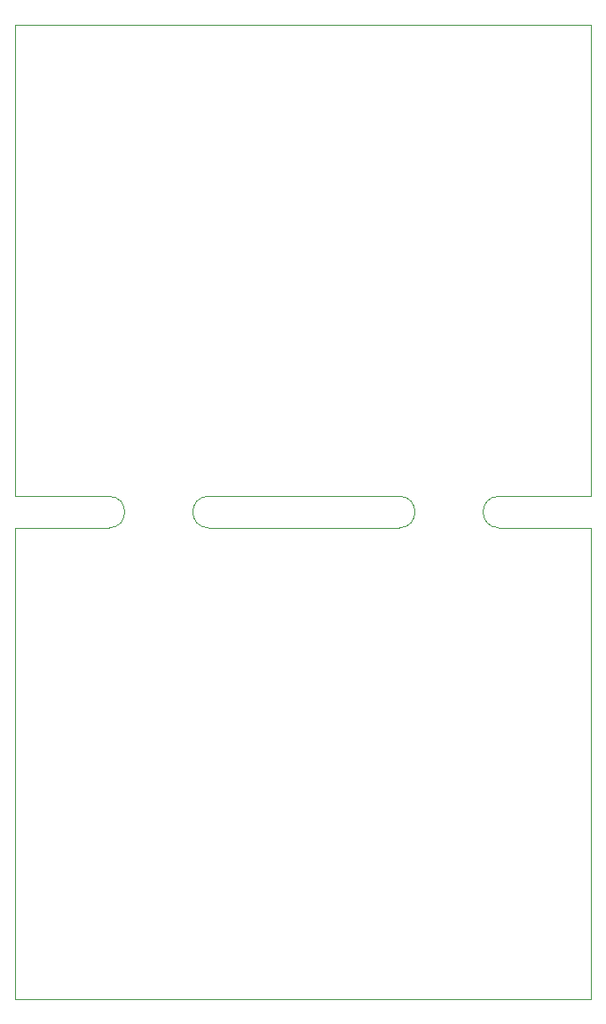
<source format=gm1>
G04 #@! TF.GenerationSoftware,KiCad,Pcbnew,(5.1.5)-3*
G04 #@! TF.CreationDate,2020-02-03T09:46:18+01:00*
G04 #@! TF.ProjectId,Chopper_v2,43686f70-7065-4725-9f76-322e6b696361,rev?*
G04 #@! TF.SameCoordinates,PXc65d40PYb71b000*
G04 #@! TF.FileFunction,Profile,NP*
%FSLAX46Y46*%
G04 Gerber Fmt 4.6, Leading zero omitted, Abs format (unit mm)*
G04 Created by KiCad (PCBNEW (5.1.5)-3) date 2020-02-03 09:46:18*
%MOMM*%
%LPD*%
G04 APERTURE LIST*
%ADD10C,0.050000*%
G04 APERTURE END LIST*
D10*
X9000000Y45000000D02*
X0Y45000000D01*
X36700000Y45000000D02*
X18500000Y45000000D01*
X55000000Y45000000D02*
X46200000Y45000000D01*
X9000000Y48000000D02*
X0Y48000000D01*
X36700000Y48000000D02*
X18500000Y48000000D01*
X55000000Y48000000D02*
X46200000Y48000000D01*
X46200000Y45000000D02*
G75*
G02X46200000Y48000000I0J1500000D01*
G01*
X36700000Y48000000D02*
G75*
G02X36700000Y45000000I0J-1500000D01*
G01*
X18500000Y45000000D02*
G75*
G02X18500000Y48000000I0J1500000D01*
G01*
X9000000Y48000000D02*
G75*
G02X9000000Y45000000I0J-1500000D01*
G01*
X0Y88000000D02*
X0Y48000000D01*
X55000000Y48000000D02*
X55000000Y93000000D01*
X55000000Y93000000D02*
X0Y93000000D01*
X0Y93000000D02*
X0Y88000000D01*
X55000000Y0D02*
X55000000Y5000000D01*
X55000000Y5000000D02*
X55000000Y45000000D01*
X0Y0D02*
X55000000Y0D01*
X0Y45000000D02*
X0Y0D01*
M02*

</source>
